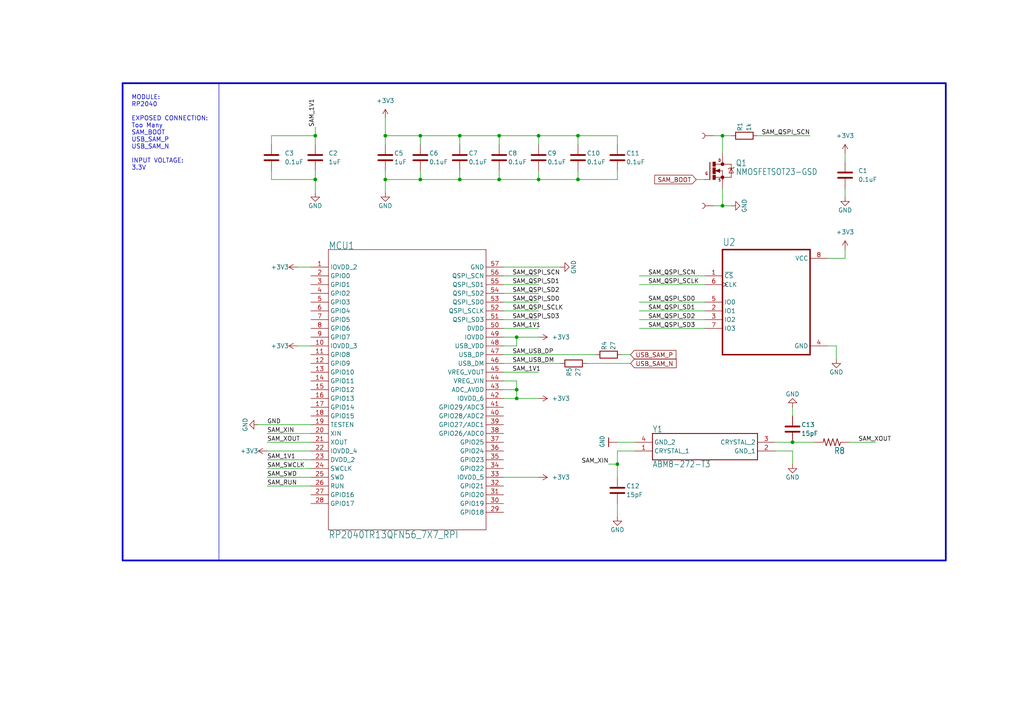
<source format=kicad_sch>
(kicad_sch (version 20230121) (generator eeschema)
  (paper "A4")
  (lib_symbols
    (symbol "AI_EINK-eagle-import:ABM8-272-T3"
      (property "Reference" "Y" (at 36.83 7.62 0))
      (symbol "ABM8-272-T3_1_0"
        (polyline (pts (xy 5.08 2.54) (xy 5.08 -5.08)) (stroke (width 0.254)))
        (polyline (pts (xy 5.08 2.54) (xy 35.56 2.54)) (stroke (width 0.254)))
        (polyline (pts (xy 35.56 -5.08) (xy 5.08 -5.08)) (stroke (width 0.254)))
        (polyline (pts (xy 35.56 -5.08) (xy 35.56 2.54)) (stroke (width 0.254)))
        (pin bidirectional line (at 0 -2.54 0) (length 5.08) (name "CRYSTAL_1") (number "1"))
        (pin bidirectional line (at 40.64 -2.54 180) (length 5.08) (name "GND_1") (number "2"))
        (pin bidirectional line (at 40.64 0 180) (length 5.08) (name "CRYSTAL_2") (number "3"))
        (pin bidirectional line (at 0 0 0) (length 5.08) (name "GND_2") (number "4"))
      )
    )
    (symbol "AI_EINK-eagle-import:GND" (power)
      (property "Value" "GND" (at -1.524 -2.54 0))
      (symbol "GND_1_0"
        (polyline (pts (xy -1.27 0) (xy 1.27 0)) (stroke (width 0.254)))
        (pin power_in line (at 0 2.54 270) (length 2.54) (name "GND") (number "1"))
      )
    )
    (symbol "AI_EINK-eagle-import:NMOSFETSOT23-GSD"
      (property "Reference" "Q" (at 6.35 1.27 0))
      (symbol "NMOSFETSOT23-GSD_1_0"
        (rectangle (start -0.254 -2.54) (end 0.508 -1.27) (fill (type outline)))
        (rectangle (start -0.254 -0.889) (end 0.508 0.889) (fill (type outline)))
        (rectangle (start -0.254 1.27) (end 0.508 2.54) (fill (type outline)))
        (polyline (pts (xy -1.1176 -2.54) (xy -2.54 -2.54)) (stroke (width 0.1524)))
        (polyline (pts (xy -1.1176 2.413) (xy -1.1176 -2.54)) (stroke (width 0.254)))
        (polyline (pts (xy 0.508 -1.905) (xy 2.54 -1.905)) (stroke (width 0.1524)))
        (polyline (pts (xy 0.508 0) (xy 1.778 -0.508)) (stroke (width 0.1524)))
        (polyline (pts (xy 0.762 0) (xy 1.651 -0.254)) (stroke (width 0.3048)))
        (polyline (pts (xy 1.651 -0.254) (xy 1.651 0)) (stroke (width 0.3048)))
        (polyline (pts (xy 1.651 0) (xy 1.397 0)) (stroke (width 0.3048)))
        (polyline (pts (xy 1.651 0) (xy 2.54 0)) (stroke (width 0.1524)))
        (polyline (pts (xy 1.651 0.254) (xy 0.762 0)) (stroke (width 0.3048)))
        (polyline (pts (xy 1.778 -0.508) (xy 1.778 0.508)) (stroke (width 0.1524)))
        (polyline (pts (xy 1.778 0.508) (xy 0.508 0)) (stroke (width 0.1524)))
        (polyline (pts (xy 2.54 -1.905) (xy 2.54 -2.54)) (stroke (width 0.1524)))
        (polyline (pts (xy 2.54 0) (xy 2.54 -1.905)) (stroke (width 0.1524)))
        (polyline (pts (xy 2.54 1.905) (xy 0.5334 1.905)) (stroke (width 0.1524)))
        (polyline (pts (xy 2.54 1.905) (xy 5.08 1.905)) (stroke (width 0.1524)))
        (polyline (pts (xy 2.54 2.54) (xy 2.54 1.905)) (stroke (width 0.1524)))
        (polyline (pts (xy 4.445 -0.635) (xy 5.715 -0.635)) (stroke (width 0.1524)))
        (polyline (pts (xy 4.445 0.762) (xy 4.191 0.508)) (stroke (width 0.1524)))
        (polyline (pts (xy 4.445 0.762) (xy 5.08 0.762)) (stroke (width 0.1524)))
        (polyline (pts (xy 5.08 -1.905) (xy 2.54 -1.905)) (stroke (width 0.1524)))
        (polyline (pts (xy 5.08 0.762) (xy 4.445 -0.635)) (stroke (width 0.1524)))
        (polyline (pts (xy 5.08 0.762) (xy 5.08 -1.905)) (stroke (width 0.1524)))
        (polyline (pts (xy 5.08 0.762) (xy 5.715 0.762)) (stroke (width 0.1524)))
        (polyline (pts (xy 5.08 1.905) (xy 5.08 0.762)) (stroke (width 0.1524)))
        (polyline (pts (xy 5.715 -0.635) (xy 5.08 0.762)) (stroke (width 0.1524)))
        (polyline (pts (xy 5.715 0.762) (xy 5.969 1.016)) (stroke (width 0.1524)))
        (circle (center 2.54 -1.905) (radius 0.127) (stroke (width 0.4064)))
        (circle (center 2.54 1.905) (radius 0.127) (stroke (width 0.4064)))
        (text "D" (at 1.27 2.54 0) (effects (font (size 0.8128 0.6908)) (justify left bottom)))
        (text "G" (at -2.54 -1.27 0) (effects (font (size 0.8128 0.6908)) (justify left bottom)))
        (text "S" (at 1.27 -3.175 0) (effects (font (size 0.8128 0.6908)) (justify left bottom)))
        (pin passive line (at -2.54 -2.54 0) (length 0) (name "G") (number "1"))
        (pin passive line (at 2.54 -5.08 90) (length 2.54) (name "S") (number "2"))
        (pin passive line (at 2.54 5.08 270) (length 2.54) (name "D") (number "3"))
      )
    )
    (symbol "AI_EINK-eagle-import:R-USCHIP-0402(1005-METRIC)"
      (property "Reference" "R" (at 0 2.7686 0))
      (symbol "R-USCHIP-0402(1005-METRIC)_1_0"
        (polyline (pts (xy -2.54 0) (xy -2.159 1.016)) (stroke (width 0.2032)))
        (polyline (pts (xy -2.159 1.016) (xy -1.524 -1.016)) (stroke (width 0.2032)))
        (polyline (pts (xy -1.524 -1.016) (xy -0.889 1.016)) (stroke (width 0.2032)))
        (polyline (pts (xy -0.889 1.016) (xy -0.254 -1.016)) (stroke (width 0.2032)))
        (polyline (pts (xy -0.254 -1.016) (xy 0.381 1.016)) (stroke (width 0.2032)))
        (polyline (pts (xy 0.381 1.016) (xy 1.016 -1.016)) (stroke (width 0.2032)))
        (polyline (pts (xy 1.016 -1.016) (xy 1.651 1.016)) (stroke (width 0.2032)))
        (polyline (pts (xy 1.651 1.016) (xy 2.286 -1.016)) (stroke (width 0.2032)))
        (polyline (pts (xy 2.286 -1.016) (xy 2.54 0)) (stroke (width 0.2032)))
        (pin passive line (at -5.08 0 0) (length 2.54) (name "1") (number "1"))
        (pin passive line (at 5.08 0 180) (length 2.54) (name "2") (number "2"))
      )
    )
    (symbol "AI_EINK-eagle-import:RP2040TR13QFN56_7X7_RPI"
      (symbol "RP2040TR13QFN56_7X7_RPI_1_0"
        (polyline (pts (xy 7.62 -76.2) (xy 53.34 -76.2)) (stroke (width 0.1524)))
        (polyline (pts (xy 7.62 5.08) (xy 7.62 -76.2)) (stroke (width 0.1524)))
        (polyline (pts (xy 53.34 -76.2) (xy 53.34 5.08)) (stroke (width 0.1524)))
        (polyline (pts (xy 53.34 5.08) (xy 7.62 5.08)) (stroke (width 0.1524)))
        (pin power_in line (at 2.54 0 0) (length 5.08) (name "IOVDD_2") (number "1"))
        (pin power_in line (at 2.54 -22.86 0) (length 5.08) (name "IOVDD_3") (number "10"))
        (pin bidirectional line (at 2.54 -25.4 0) (length 5.08) (name "GPIO8") (number "11"))
        (pin bidirectional line (at 2.54 -27.94 0) (length 5.08) (name "GPIO9") (number "12"))
        (pin bidirectional line (at 2.54 -30.48 0) (length 5.08) (name "GPIO10") (number "13"))
        (pin bidirectional line (at 2.54 -33.02 0) (length 5.08) (name "GPIO11") (number "14"))
        (pin bidirectional line (at 2.54 -35.56 0) (length 5.08) (name "GPIO12") (number "15"))
        (pin bidirectional line (at 2.54 -38.1 0) (length 5.08) (name "GPIO13") (number "16"))
        (pin bidirectional line (at 2.54 -40.64 0) (length 5.08) (name "GPIO14") (number "17"))
        (pin bidirectional line (at 2.54 -43.18 0) (length 5.08) (name "GPIO15") (number "18"))
        (pin input line (at 2.54 -45.72 0) (length 5.08) (name "TESTEN") (number "19"))
        (pin bidirectional line (at 2.54 -2.54 0) (length 5.08) (name "GPIO0") (number "2"))
        (pin passive line (at 2.54 -48.26 0) (length 5.08) (name "XIN") (number "20"))
        (pin passive line (at 2.54 -50.8 0) (length 5.08) (name "XOUT") (number "21"))
        (pin power_in line (at 2.54 -53.34 0) (length 5.08) (name "IOVDD_4") (number "22"))
        (pin power_in line (at 2.54 -55.88 0) (length 5.08) (name "DVDD_2") (number "23"))
        (pin input line (at 2.54 -58.42 0) (length 5.08) (name "SWCLK") (number "24"))
        (pin bidirectional line (at 2.54 -60.96 0) (length 5.08) (name "SWD") (number "25"))
        (pin input line (at 2.54 -63.5 0) (length 5.08) (name "RUN") (number "26"))
        (pin bidirectional line (at 2.54 -66.04 0) (length 5.08) (name "GPIO16") (number "27"))
        (pin bidirectional line (at 2.54 -68.58 0) (length 5.08) (name "GPIO17") (number "28"))
        (pin bidirectional line (at 58.42 -71.12 180) (length 5.08) (name "GPIO18") (number "29"))
        (pin bidirectional line (at 2.54 -5.08 0) (length 5.08) (name "GPIO1") (number "3"))
        (pin bidirectional line (at 58.42 -68.58 180) (length 5.08) (name "GPIO19") (number "30"))
        (pin bidirectional line (at 58.42 -66.04 180) (length 5.08) (name "GPIO20") (number "31"))
        (pin bidirectional line (at 58.42 -63.5 180) (length 5.08) (name "GPIO21") (number "32"))
        (pin power_in line (at 58.42 -60.96 180) (length 5.08) (name "IOVDD_5") (number "33"))
        (pin bidirectional line (at 58.42 -58.42 180) (length 5.08) (name "GPIO22") (number "34"))
        (pin bidirectional line (at 58.42 -55.88 180) (length 5.08) (name "GPIO23") (number "35"))
        (pin bidirectional line (at 58.42 -53.34 180) (length 5.08) (name "GPIO24") (number "36"))
        (pin bidirectional line (at 58.42 -50.8 180) (length 5.08) (name "GPIO25") (number "37"))
        (pin bidirectional line (at 58.42 -48.26 180) (length 5.08) (name "GPIO26/ADC0") (number "38"))
        (pin bidirectional line (at 58.42 -45.72 180) (length 5.08) (name "GPIO27/ADC1") (number "39"))
        (pin bidirectional line (at 2.54 -7.62 0) (length 5.08) (name "GPIO2") (number "4"))
        (pin bidirectional line (at 58.42 -43.18 180) (length 5.08) (name "GPIO28/ADC2") (number "40"))
        (pin bidirectional line (at 58.42 -40.64 180) (length 5.08) (name "GPIO29/ADC3") (number "41"))
        (pin power_in line (at 58.42 -38.1 180) (length 5.08) (name "IOVDD_6") (number "42"))
        (pin power_in line (at 58.42 -35.56 180) (length 5.08) (name "ADC_AVDD") (number "43"))
        (pin power_in line (at 58.42 -33.02 180) (length 5.08) (name "VREG_VIN") (number "44"))
        (pin output line (at 58.42 -30.48 180) (length 5.08) (name "VREG_VOUT") (number "45"))
        (pin bidirectional line (at 58.42 -27.94 180) (length 5.08) (name "USB_DM") (number "46"))
        (pin bidirectional line (at 58.42 -25.4 180) (length 5.08) (name "USB_DP") (number "47"))
        (pin power_in line (at 58.42 -22.86 180) (length 5.08) (name "USB_VDD") (number "48"))
        (pin power_in line (at 58.42 -20.32 180) (length 5.08) (name "IOVDD") (number "49"))
        (pin bidirectional line (at 2.54 -10.16 0) (length 5.08) (name "GPIO3") (number "5"))
        (pin power_in line (at 58.42 -17.78 180) (length 5.08) (name "DVDD") (number "50"))
        (pin bidirectional line (at 58.42 -15.24 180) (length 5.08) (name "QSPI_SD3") (number "51"))
        (pin bidirectional line (at 58.42 -12.7 180) (length 5.08) (name "QSPI_SCLK") (number "52"))
        (pin bidirectional line (at 58.42 -10.16 180) (length 5.08) (name "QSPI_SD0") (number "53"))
        (pin bidirectional line (at 58.42 -7.62 180) (length 5.08) (name "QSPI_SD2") (number "54"))
        (pin bidirectional line (at 58.42 -5.08 180) (length 5.08) (name "QSPI_SD1") (number "55"))
        (pin bidirectional line (at 58.42 -2.54 180) (length 5.08) (name "QSPI_SCN") (number "56"))
        (pin passive line (at 58.42 0 180) (length 5.08) (name "GND") (number "57"))
        (pin bidirectional line (at 2.54 -12.7 0) (length 5.08) (name "GPIO4") (number "6"))
        (pin bidirectional line (at 2.54 -15.24 0) (length 5.08) (name "GPIO5") (number "7"))
        (pin bidirectional line (at 2.54 -17.78 0) (length 5.08) (name "GPIO6") (number "8"))
        (pin bidirectional line (at 2.54 -20.32 0) (length 5.08) (name "GPIO7") (number "9"))
      )
    )
    (symbol "AI_EINK-eagle-import:TEST-POINT3"
      (symbol "TEST-POINT3_1_0"
        (polyline (pts (xy 2.54 0) (xy 0 0)) (stroke (width 0.1524)))
        (arc (start 3.302 0.762) (mid 2.5433 0) (end 3.302 -0.762) (stroke (width 0.1524)))
        (pin bidirectional line (at 0 0 180) (length 0) (name "1") (number "P$1"))
      )
    )
    (symbol "AI_EINK-eagle-import:W25Q16JVUXIQ_TR"
      (property "Reference" "U" (at -12.7 16.24 0))
      (symbol "W25Q16JVUXIQ_TR_1_0"
        (polyline (pts (xy -12.7 -15.24) (xy -12.7 15.24)) (stroke (width 0.41)))
        (polyline (pts (xy -12.7 15.24) (xy 12.7 15.24)) (stroke (width 0.41)))
        (polyline (pts (xy 12.7 -15.24) (xy -12.7 -15.24)) (stroke (width 0.41)))
        (polyline (pts (xy 12.7 15.24) (xy 12.7 -15.24)) (stroke (width 0.41)))
        (pin input line (at -17.78 7.62 0) (length 5.08) (name "~{CS}") (number "1"))
        (pin bidirectional line (at -17.78 -2.54 0) (length 5.08) (name "IO1") (number "2"))
        (pin bidirectional line (at -17.78 -5.08 0) (length 5.08) (name "IO2") (number "3"))
        (pin power_in line (at 17.78 -12.7 180) (length 5.08) (name "GND") (number "4"))
        (pin bidirectional line (at -17.78 0 0) (length 5.08) (name "IO0") (number "5"))
        (pin input clock (at -17.78 5.08 0) (length 5.08) (name "CLK") (number "6"))
        (pin bidirectional line (at -17.78 -7.62 0) (length 5.08) (name "IO3") (number "7"))
        (pin power_in line (at 17.78 12.7 180) (length 5.08) (name "VCC") (number "8"))
      )
    )
    (symbol "Device:C" (pin_numbers hide) (pin_names (offset 0.254))
      (property "Reference" "C" (at 0.635 2.54 0))
      (property "Value" "C" (at 0.635 -2.54 0))
      (symbol "C_0_1"
        (polyline (pts (xy -2.032 -0.762) (xy 2.032 -0.762)) (stroke (width 0.508)))
        (polyline (pts (xy -2.032 0.762) (xy 2.032 0.762)) (stroke (width 0.508)))
      )
      (symbol "C_1_1"
        (pin passive line (at 0 3.81 270) (length 2.794) (name "~") (number "1"))
        (pin passive line (at 0 -3.81 90) (length 2.794) (name "~") (number "2"))
      )
    )
    (symbol "Device:R" (pin_numbers hide) (pin_names (offset 0))
      (property "Reference" "R" (at 2.032 0 90))
      (property "Value" "R" (at 0 0 90))
      (symbol "R_0_1"
        (rectangle (start -1.016 -2.54) (end 1.016 2.54) (stroke (width 0.254)))
      )
      (symbol "R_1_1"
        (pin passive line (at 0 3.81 270) (length 1.27) (name "~") (number "1"))
        (pin passive line (at 0 -3.81 90) (length 1.27) (name "~") (number "2"))
      )
    )
    (symbol "power:+3V3" (power) (pin_names (offset 0))
      (property "Value" "+3V3" (at 0 3.556 0))
      (symbol "+3V3_0_1"
        (polyline (pts (xy -0.762 1.27) (xy 0 2.54)))
        (polyline (pts (xy 0 0) (xy 0 2.54)))
        (polyline (pts (xy 0 2.54) (xy 0.762 1.27)))
      )
      (symbol "+3V3_1_1"
        (pin power_in line (at 0 0 90) (length 0) hide (name "+3V3") (number "1"))
      )
    )
    (symbol "power:GND" (power) (pin_names (offset 0))
      (property "Value" "GND" (at 0 -3.81 0))
      (symbol "GND_0_1"
        (polyline (pts (xy 0 0) (xy 0 -1.27) (xy 1.27 -1.27) (xy 0 -2.54) (xy -1.27 -1.27) (xy 0 -1.27)))
      )
      (symbol "GND_1_1"
        (pin power_in line (at 0 0 270) (length 0) hide (name "GND") (number "1"))
      )
    )
  )
  (junction (at 149.86 113.03))
  (junction (at 111.76 52.07))
  (junction (at 209.55 39.37))
  (junction (at 167.64 52.07))
  (junction (at 133.35 52.07))
  (junction (at 144.78 39.37))
  (junction (at 121.92 52.07))
  (junction (at 91.44 52.07))
  (junction (at 167.64 39.37))
  (junction (at 91.44 39.37))
  (junction (at 229.87 128.27))
  (junction (at 179.07 134.62))
  (junction (at 149.86 97.79))
  (junction (at 111.76 39.37))
  (junction (at 156.21 39.37))
  (junction (at 144.78 52.07))
  (junction (at 133.35 39.37))
  (junction (at 209.55 59.69))
  (junction (at 149.86 115.57))
  (junction (at 121.92 39.37))
  (junction (at 156.21 52.07))
  (wire (pts (xy 121.92 39.37) (xy 133.35 39.37)) (stroke (width 0.1524)))
  (wire (pts (xy 146.05 80.01) (xy 156.21 80.01)) (stroke (width 0.1524)))
  (wire (pts (xy 224.79 128.27) (xy 229.87 128.27)) (stroke (width 0.1524)))
  (wire (pts (xy 86.36 100.33) (xy 90.17 100.33)) (stroke (width 0.1524)))
  (wire (pts (xy 209.55 54.61) (xy 209.55 59.69)) (stroke (width 0.1524)))
  (wire (pts (xy 156.21 52.07) (xy 167.64 52.07)) (stroke (width 0.1524)))
  (wire (pts (xy 204.47 52.07) (xy 201.93 52.07)) (stroke (width 0.1524)))
  (wire (pts (xy 179.07 134.62) (xy 179.07 138.43)) (stroke (width 0.1524)))
  (wire (pts (xy 133.35 49.53) (xy 133.35 52.07)))
  (wire (pts (xy 146.05 115.57) (xy 149.86 115.57)))
  (wire (pts (xy 90.17 125.73) (xy 77.47 125.73)) (stroke (width 0.1524)))
  (wire (pts (xy 121.92 52.07) (xy 133.35 52.07)) (stroke (width 0.1524)))
  (wire (pts (xy 90.17 135.89) (xy 77.47 135.89)) (stroke (width 0.1524)))
  (wire (pts (xy 146.05 102.87) (xy 172.72 102.87)) (stroke (width 0.1524)))
  (wire (pts (xy 78.74 52.07) (xy 91.44 52.07)) (stroke (width 0.1524)))
  (wire (pts (xy 156.21 49.53) (xy 156.21 52.07)) (stroke (width 0.1524)))
  (wire (pts (xy 156.21 39.37) (xy 156.21 41.91)) (stroke (width 0.1524)))
  (wire (pts (xy 229.87 120.65) (xy 229.87 118.11)) (stroke (width 0.1524)))
  (wire (pts (xy 90.17 123.19) (xy 74.93 123.19)) (stroke (width 0.1524)))
  (wire (pts (xy 204.47 80.01) (xy 185.42 80.01)) (stroke (width 0.1524)))
  (wire (pts (xy 146.05 87.63) (xy 156.21 87.63)) (stroke (width 0.1524)))
  (wire (pts (xy 179.07 49.53) (xy 179.07 52.07)) (stroke (width 0.1524)))
  (wire (pts (xy 90.17 140.97) (xy 77.47 140.97)) (stroke (width 0.1524)))
  (wire (pts (xy 146.05 97.79) (xy 149.86 97.79)))
  (wire (pts (xy 78.74 39.37) (xy 91.44 39.37)) (stroke (width 0.1524)))
  (wire (pts (xy 149.86 113.03) (xy 149.86 115.57)))
  (wire (pts (xy 90.17 130.81) (xy 77.47 130.81)) (stroke (width 0.1524)))
  (wire (pts (xy 179.07 130.81) (xy 179.07 134.62)) (stroke (width 0.1524)))
  (wire (pts (xy 146.05 77.47) (xy 162.56 77.47)) (stroke (width 0.1524)))
  (wire (pts (xy 146.05 92.71) (xy 156.21 92.71)) (stroke (width 0.1524)))
  (wire (pts (xy 146.05 113.03) (xy 149.86 113.03)))
  (wire (pts (xy 204.47 92.71) (xy 185.42 92.71)) (stroke (width 0.1524)))
  (wire (pts (xy 78.74 41.91) (xy 78.74 39.37)) (stroke (width 0.1524)))
  (wire (pts (xy 144.78 52.07) (xy 156.21 52.07)) (stroke (width 0.1524)))
  (wire (pts (xy 179.07 146.05) (xy 179.07 149.86)))
  (wire (pts (xy 111.76 39.37) (xy 111.76 41.91)) (stroke (width 0.1524)))
  (wire (pts (xy 90.17 133.35) (xy 77.47 133.35)) (stroke (width 0.1524)))
  (wire (pts (xy 149.86 115.57) (xy 156.21 115.57)))
  (wire (pts (xy 156.21 39.37) (xy 167.64 39.37)) (stroke (width 0.1524)))
  (wire (pts (xy 146.05 85.09) (xy 156.21 85.09)) (stroke (width 0.1524)))
  (wire (pts (xy 144.78 49.53) (xy 144.78 52.07)) (stroke (width 0.1524)))
  (wire (pts (xy 91.44 39.37) (xy 91.44 36.83)) (stroke (width 0.1524)))
  (wire (pts (xy 176.53 134.62) (xy 179.07 134.62)) (stroke (width 0.1524)))
  (wire (pts (xy 149.86 97.79) (xy 156.21 97.79)))
  (wire (pts (xy 240.03 100.33) (xy 242.57 100.33)))
  (wire (pts (xy 167.64 39.37) (xy 167.64 41.91)) (stroke (width 0.1524)))
  (wire (pts (xy 111.76 34.29) (xy 111.76 39.37)) (stroke (width 0.1524)))
  (wire (pts (xy 240.03 74.93) (xy 245.11 74.93)))
  (wire (pts (xy 167.64 39.37) (xy 179.07 39.37)))
  (wire (pts (xy 149.86 110.49) (xy 149.86 113.03)))
  (wire (pts (xy 170.18 105.41) (xy 182.88 105.41)) (stroke (width 0.1524)))
  (wire (pts (xy 209.55 59.69) (xy 212.09 59.69)) (stroke (width 0.1524)))
  (wire (pts (xy 146.05 110.49) (xy 149.86 110.49)))
  (wire (pts (xy 144.78 39.37) (xy 156.21 39.37)) (stroke (width 0.1524)))
  (wire (pts (xy 204.47 95.25) (xy 185.42 95.25)) (stroke (width 0.1524)))
  (wire (pts (xy 90.17 138.43) (xy 77.47 138.43)) (stroke (width 0.1524)))
  (wire (pts (xy 90.17 128.27) (xy 77.47 128.27)) (stroke (width 0.1524)))
  (wire (pts (xy 133.35 39.37) (xy 144.78 39.37)) (stroke (width 0.1524)))
  (wire (pts (xy 146.05 95.25) (xy 156.21 95.25)) (stroke (width 0.1524)))
  (wire (pts (xy 149.86 97.79) (xy 149.86 100.33)))
  (wire (pts (xy 146.05 105.41) (xy 162.56 105.41)) (stroke (width 0.1524)))
  (wire (pts (xy 78.74 49.53) (xy 78.74 52.07)) (stroke (width 0.1524)))
  (wire (pts (xy 209.55 39.37) (xy 212.09 39.37)) (stroke (width 0.1524)))
  (wire (pts (xy 146.05 82.55) (xy 156.21 82.55)) (stroke (width 0.1524)))
  (wire (pts (xy 146.05 90.17) (xy 156.21 90.17)) (stroke (width 0.1524)))
  (wire (pts (xy 146.05 107.95) (xy 156.21 107.95)) (stroke (width 0.1524)))
  (wire (pts (xy 179.07 39.37) (xy 179.07 41.91)))
  (wire (pts (xy 91.44 52.07) (xy 91.44 55.88)) (stroke (width 0.1524)))
  (wire (pts (xy 207.01 39.37) (xy 209.55 39.37)) (stroke (width 0.1524)))
  (wire (pts (xy 111.76 39.37) (xy 121.92 39.37)) (stroke (width 0.1524)))
  (wire (pts (xy 219.71 39.37) (xy 234.95 39.37)) (stroke (width 0.1524)))
  (wire (pts (xy 133.35 39.37) (xy 133.35 41.91)) (stroke (width 0.1524)))
  (wire (pts (xy 121.92 39.37) (xy 121.92 41.91)) (stroke (width 0.1524)))
  (wire (pts (xy 111.76 52.07) (xy 111.76 55.88)) (stroke (width 0.1524)))
  (wire (pts (xy 133.35 52.07) (xy 144.78 52.07)) (stroke (width 0.1524)))
  (wire (pts (xy 91.44 49.53) (xy 91.44 52.07)))
  (wire (pts (xy 246.38 128.27) (xy 254 128.27)) (stroke (width 0.1524)))
  (wire (pts (xy 144.78 39.37) (xy 144.78 41.91)) (stroke (width 0.1524)))
  (wire (pts (xy 204.47 87.63) (xy 185.42 87.63)) (stroke (width 0.1524)))
  (wire (pts (xy 167.64 52.07) (xy 179.07 52.07)) (stroke (width 0.1524)))
  (wire (pts (xy 111.76 52.07) (xy 121.92 52.07)) (stroke (width 0.1524)))
  (wire (pts (xy 242.57 100.33) (xy 242.57 104.14)))
  (wire (pts (xy 167.64 49.53) (xy 167.64 52.07)) (stroke (width 0.1524)))
  (wire (pts (xy 121.92 49.53) (xy 121.92 52.07)))
  (wire (pts (xy 245.11 72.39) (xy 245.11 74.93)))
  (wire (pts (xy 111.76 49.53) (xy 111.76 52.07)))
  (wire (pts (xy 207.01 59.69) (xy 209.55 59.69)) (stroke (width 0.1524)))
  (wire (pts (xy 204.47 82.55) (xy 185.42 82.55)) (stroke (width 0.1524)))
  (wire (pts (xy 146.05 138.43) (xy 156.21 138.43)) (stroke (width 0.1524)))
  (wire (pts (xy 224.79 130.81) (xy 229.87 130.81)) (stroke (width 0.1524)))
  (wire (pts (xy 229.87 128.27) (xy 236.22 128.27)) (stroke (width 0.1524)))
  (wire (pts (xy 91.44 41.91) (xy 91.44 39.37)) (stroke (width 0.1524)))
  (wire (pts (xy 146.05 100.33) (xy 149.86 100.33)))
  (wire (pts (xy 245.11 46.99) (xy 245.11 44.45)) (stroke (width 0.1524)))
  (wire (pts (xy 229.87 130.81) (xy 229.87 134.62)) (stroke (width 0.1524)))
  (wire (pts (xy 180.34 102.87) (xy 182.88 102.87)) (stroke (width 0.1524)))
  (wire (pts (xy 184.15 128.27) (xy 179.07 128.27)) (stroke (width 0.1524)))
  (wire (pts (xy 184.15 130.81) (xy 179.07 130.81)) (stroke (width 0.1524)))
  (wire (pts (xy 204.47 90.17) (xy 185.42 90.17)) (stroke (width 0.1524)))
  (wire (pts (xy 86.36 77.47) (xy 90.17 77.47)) (stroke (width 0.1524)))
  (wire (pts (xy 245.11 57.15) (xy 245.11 54.61)) (stroke (width 0.1524)))
  (wire (pts (xy 209.55 44.45) (xy 209.55 39.37)) (stroke (width 0.1524)))
  (rectangle (start 35.56 24.13) (end 63.5 162.56))
  (rectangle (start 35.56 24.13) (end 274.32 162.56) (stroke (width 0.5)))
  (text "MODULE:\nRP2040\n\nEXPOSED CONNECTION: \nToo Many\nSAM_BOOT\nUSB_SAM_P\nUSB_SAM_N\n\nINPUT VOLTAGE:\n3.3V" (at 38.1 49.53 0) (effects (font (size 1.27 1.27)) (justify left bottom)))
  (label "SAM_XOUT" (at 248.92 128.27 0) (effects (font (size 1.2446 1.2446))))
  (label "SAM_1V1" (at 148.59 107.95 0) (effects (font (size 1.2446 1.2446))))
  (label "SAM_1V1" (at 148.59 95.25 0) (effects (font (size 1.2446 1.2446))))
  (label "SAM_QSPI_SCLK" (at 187.96 82.55 0) (effects (font (size 1.2446 1.2446))))
  (label "SAM_USB_DM" (at 148.59 105.41 0) (effects (font (size 1.2446 1.2446))))
  (label "SAM_XOUT" (at 77.47 128.27 0) (effects (font (size 1.2446 1.2446))))
  (label "SAM_QSPI_SCLK" (at 148.59 90.17 0) (effects (font (size 1.2446 1.2446))))
  (label "SAM_SWD" (at 77.47 138.43 0) (effects (font (size 1.2446 1.2446))))
  (label "SAM_1V1" (at 77.47 133.35 0) (effects (font (size 1.2446 1.2446))))
  (label "SAM_RUN" (at 77.47 140.97 0) (effects (font (size 1.2446 1.2446))))
  (label "SAM_QSPI_SD0" (at 187.96 87.63 0) (effects (font (size 1.2446 1.2446))))
  (label "SAM_USB_DP" (at 148.59 102.87 0) (effects (font (size 1.2446 1.2446))))
  (label "SAM_SWCLK" (at 77.47 135.89 0) (effects (font (size 1.2446 1.2446))))
  (label "SAM_XIN" (at 77.47 125.73 0) (effects (font (size 1.2446 1.2446))))
  (label "SAM_XIN" (at 176.53 134.62 180) (effects (font (size 1.2446 1.2446))))
  (label "SAM_QSPI_SD3" (at 187.96 95.25 0) (effects (font (size 1.2446 1.2446))))
  (label "SAM_QSPI_SD2" (at 187.96 92.71 0) (effects (font (size 1.2446 1.2446))))
  (label "SAM_QSPI_SD1" (at 148.59 82.55 0) (effects (font (size 1.2446 1.2446))))
  (label "SAM_1V1" (at 91.44 36.83 90) (effects (font (size 1.2446 1.2446))))
  (label "SAM_QSPI_SD3" (at 148.59 92.71 0) (effects (font (size 1.2446 1.2446))))
  (label "SAM_QSPI_SD2" (at 148.59 85.09 0) (effects (font (size 1.2446 1.2446))))
  (label "SAM_QSPI_SD0" (at 148.59 87.63 0) (effects (font (size 1.2446 1.2446))))
  (label "SAM_QSPI_SCN" (at 234.95 39.37 180))
  (label "SAM_QSPI_SCN" (at 187.96 80.01 0) (effects (font (size 1.2446 1.2446))))
  (label "GND" (at 77.47 123.19 0) (effects (font (size 1.2446 1.2446))))
  (label "SAM_QSPI_SCN" (at 148.59 80.01 0) (effects (font (size 1.2446 1.2446))))
  (label "SAM_QSPI_SD1" (at 187.96 90.17 0) (effects (font (size 1.2446 1.2446))))
  (global_label "USB_SAM_N" (shape input) (at 182.88 105.41 0) (property "Intersheetrefs" "${INTERSHEET_REFS}" (effects hide)))
  (global_label "SAM_BOOT" (shape input) (at 201.93 52.07 180) (property "Intersheetrefs" "${INTERSHEET_REFS}" (effects hide)))
  (global_label "USB_SAM_P" (shape input) (at 182.88 102.87 0) (property "Intersheetrefs" "${INTERSHEET_REFS}" (effects hide)))
  (symbol (lib_id "power:GND") (at 91.44 55.88 0) (unit 1)
    (property "Reference" "#PWR02" (effects hide))
    (property "Value" "GND" (at 91.44 59.69 0))
  )
  (symbol (lib_id "Device:C") (at 167.64 45.72 0) (unit 1)
    (property "Reference" "C10" (at 170.18 44.45 0) (effects (justify left)))
    (property "Value" "0.1uF" (at 170.18 46.99 0) (effects (justify left)))
    (property "Footprint" "Capacitor_SMD:C_0402_1005Metric" (effects hide))
  )
  (symbol (lib_id "power:+3V3") (at 86.36 77.47 90) (unit 1)
    (property "Reference" "#PWR011" (effects hide))
    (property "Value" "+3V3" (at 83.82 77.47 90) (effects (justify left)))
  )
  (symbol (lib_id "power:+3V3") (at 111.76 34.29 0) (unit 1)
    (property "Reference" "#PWR012" (effects hide))
    (property "Value" "+3V3" (at 111.76 29.21 0))
  )
  (symbol (lib_id "power:+3V3") (at 156.21 97.79 270) (unit 1)
    (property "Reference" "#PWR017" (effects hide))
    (property "Value" "+3V3" (at 160.02 97.79 90) (effects (justify left)))
  )
  (symbol (lib_id "power:GND") (at 162.56 77.47 90) (unit 1)
    (property "Reference" "#PWR010" (effects hide))
    (property "Value" "GND" (at 166.37 77.47 0))
  )
  (symbol (lib_id "AI_EINK-eagle-import:RP2040TR13QFN56_7X7_RPI") (at 87.63 77.47 0) (unit 1)
    (property "Reference" "MCU1" (at 95.25 72.39 0) (effects (font (size 2.083 1.7705)) (justify left bottom)))
    (property "Value" "RP2040TR13QFN56_7X7_RPI" (at 95.25 156.21 0) (effects (font (size 2.083 1.7705)) (justify left bottom)))
    (property "Footprint" "AI_EINK:QFN56_7X7_RPI" (effects hide))
  )
  (symbol (lib_id "AI_EINK-eagle-import:W25Q16JVUXIQ_TR") (at 222.25 87.63 0) (unit 1)
    (property "Reference" "U2" (at 209.55 71.39 0) (effects (font (size 2.0828 1.7703)) (justify left bottom)))
    (property "Value" "W25Q16JVUXIQ_TR" (effects hide))
    (property "Footprint" "AI_EINK:PSON50P300X200X60-9N" (effects hide))
  )
  (symbol (lib_id "Device:C") (at 133.35 45.72 0) (unit 1)
    (property "Reference" "C7" (at 135.89 44.45 0) (effects (justify left)))
    (property "Value" "0.1uF" (at 135.89 46.99 0) (effects (justify left)))
    (property "Footprint" "Capacitor_SMD:C_0402_1005Metric" (effects hide))
  )
  (symbol (lib_id "power:GND") (at 229.87 118.11 180) (unit 1)
    (property "Reference" "#PWR06" (effects hide))
    (property "Value" "GND" (at 229.87 114.3 0))
  )
  (symbol (lib_id "power:GND") (at 245.11 57.15 0) (unit 1)
    (property "Reference" "#PWR07" (effects hide))
    (property "Value" "GND" (at 245.11 60.96 0))
  )
  (symbol (lib_id "power:GND") (at 179.07 149.86 0) (unit 1)
    (property "Reference" "#PWR04" (effects hide))
    (property "Value" "GND" (at 179.07 153.67 0))
  )
  (symbol (lib_id "power:+3V3") (at 86.36 100.33 90) (unit 1)
    (property "Reference" "#PWR013" (effects hide))
    (property "Value" "+3V3" (at 83.82 100.33 90) (effects (justify left)))
  )
  (symbol (lib_id "Device:R") (at 166.37 105.41 90) (unit 1)
    (property "Reference" "R5" (at 165.1 109.22 0) (effects (justify left)))
    (property "Value" "27" (at 167.64 109.22 0) (effects (justify left)))
    (property "Footprint" "Resistor_SMD:R_01005_0402Metric" (effects hide))
  )
  (symbol (lib_id "power:GND") (at 212.09 59.69 90) (unit 1)
    (property "Reference" "#PWR08" (effects hide))
    (property "Value" "GND" (at 215.9 59.69 0))
  )
  (symbol (lib_id "power:+3V3") (at 245.11 72.39 0) (unit 1)
    (property "Reference" "#PWR019" (effects hide))
    (property "Value" "+3V3" (at 245.11 67.31 0))
  )
  (symbol (lib_id "power:+3V3") (at 156.21 115.57 270) (unit 1)
    (property "Reference" "#PWR016" (effects hide))
    (property "Value" "+3V3" (at 160.02 115.57 90) (effects (justify left)))
  )
  (symbol (lib_id "Device:R") (at 215.9 39.37 90) (unit 1)
    (property "Reference" "R1" (at 214.63 38.1 0) (effects (justify left)))
    (property "Value" "1k" (at 217.17 38.1 0) (effects (justify left)))
    (property "Footprint" "Resistor_SMD:R_01005_0402Metric" (effects hide))
  )
  (symbol (lib_id "AI_EINK-eagle-import:NMOSFETSOT23-GSD") (at 207.01 49.53 0) (unit 1)
    (property "Reference" "Q1" (at 213.36 48.26 0) (effects (font (size 1.778 1.5113)) (justify left bottom)))
    (property "Value" "NMOSFETSOT23-GSD" (at 213.36 50.8 0) (effects (font (size 1.778 1.5113)) (justify left bottom)))
    (property "Footprint" "AI_EINK:SOT23" (effects hide))
  )
  (symbol (lib_id "power:+3V3") (at 245.11 44.45 0) (unit 1)
    (property "Reference" "#PWR018" (effects hide))
    (property "Value" "+3V3" (at 245.11 39.37 0))
  )
  (symbol (lib_id "Device:R") (at 176.53 102.87 90) (unit 1)
    (property "Reference" "R4" (at 175.26 101.6 0) (effects (justify left)))
    (property "Value" "27" (at 177.8 101.6 0) (effects (justify left)))
    (property "Footprint" "Resistor_SMD:R_01005_0402Metric" (effects hide))
  )
  (symbol (lib_id "AI_EINK-eagle-import:R-USCHIP-0402(1005-METRIC)") (at 241.3 128.27 180) (unit 1)
    (property "Reference" "R8" (at 245.11 129.7686 0) (effects (font (size 1.778 1.5113)) (justify left bottom)))
    (property "Value" "1k" (effects hide))
    (property "Footprint" "AI_EINK:RESC1005X40" (effects hide))
  )
  (symbol (lib_id "power:GND") (at 229.87 134.62 0) (unit 1)
    (property "Reference" "#PWR05" (effects hide))
    (property "Value" "GND" (at 229.87 138.43 0))
  )
  (symbol (lib_id "Device:C") (at 91.44 45.72 0) (unit 1)
    (property "Reference" "C2" (at 95.25 44.45 0) (effects (justify left)))
    (property "Value" "1uF" (at 95.25 46.99 0) (effects (justify left)))
    (property "Footprint" "Capacitor_SMD:C_0402_1005Metric" (effects hide))
  )
  (symbol (lib_id "AI_EINK-eagle-import:ABM8-272-T3") (at 184.15 128.27 0) (unit 1)
    (property "Reference" "Y1" (at 189.23 124.46 0) (effects (font (size 1.778 1.5113)) (justify left)))
    (property "Value" "ABM8-272-T3" (at 189.23 134.62 0) (effects (font (size 1.778 1.5113)) (justify left)))
    (property "Footprint" "AI_EINK:ABM8272T3" (effects hide))
  )
  (symbol (lib_id "AI_EINK-eagle-import:TEST-POINT3") (at 207.01 59.69 180) (unit 1)
    (property "Reference" "GND1" (effects hide))
    (property "Value" "TEST-POINT3" (effects hide))
    (property "Footprint" "AI_EINK:PAD.03X.03" (effects hide))
  )
  (symbol (lib_id "Device:C") (at 78.74 45.72 0) (unit 1)
    (property "Reference" "C3" (at 82.55 44.45 0) (effects (justify left)))
    (property "Value" "0.1uF" (at 82.55 46.99 0) (effects (justify left)))
    (property "Footprint" "Capacitor_SMD:C_0402_1005Metric" (effects hide))
  )
  (symbol (lib_id "AI_EINK-eagle-import:TEST-POINT3") (at 207.01 39.37 180) (unit 1)
    (property "Reference" "USB_BOOT_N1" (effects hide))
    (property "Value" "TEST-POINT3" (effects hide))
    (property "Footprint" "AI_EINK:PAD.03X.03" (effects hide))
  )
  (symbol (lib_id "Device:C") (at 179.07 142.24 0) (unit 1)
    (property "Reference" "C12" (at 181.61 140.97 0) (effects (justify left)))
    (property "Value" "15pF" (at 181.61 143.51 0) (effects (justify left)))
    (property "Footprint" "Capacitor_SMD:C_0402_1005Metric" (effects hide))
  )
  (symbol (lib_id "power:GND") (at 74.93 123.19 270) (unit 1)
    (property "Reference" "#PWR09" (effects hide))
    (property "Value" "GND" (at 71.12 123.19 0))
  )
  (symbol (lib_id "Device:C") (at 179.07 45.72 0) (unit 1)
    (property "Reference" "C11" (at 181.61 44.45 0) (effects (justify left)))
    (property "Value" "0.1uF" (at 181.61 46.99 0) (effects (justify left)))
    (property "Footprint" "Capacitor_SMD:C_0402_1005Metric" (effects hide))
  )
  (symbol (lib_id "power:GND") (at 111.76 55.88 0) (unit 1)
    (property "Reference" "#PWR01" (effects hide))
    (property "Value" "GND" (at 111.76 59.69 0))
  )
  (symbol (lib_id "AI_EINK-eagle-import:GND") (at 176.53 128.27 270) (mirror x) (unit 1)
    (property "Reference" "#U$010" (effects hide))
    (property "Value" "GND" (at 173.99 129.794 0) (effects (font (size 1.27 1.0795)) (justify left bottom)))
  )
  (symbol (lib_id "Device:C") (at 245.11 50.8 0) (unit 1)
    (property "Reference" "C1" (at 248.92 49.53 0) (effects (justify left)))
    (property "Value" "0.1uF" (at 248.92 52.07 0) (effects (justify left)))
    (property "Footprint" "Capacitor_SMD:C_0402_1005Metric" (effects hide))
  )
  (symbol (lib_id "Device:C") (at 156.21 45.72 0) (unit 1)
    (property "Reference" "C9" (at 158.75 44.45 0) (effects (justify left)))
    (property "Value" "0.1uF" (at 158.75 46.99 0) (effects (justify left)))
    (property "Footprint" "Capacitor_SMD:C_0402_1005Metric" (effects hide))
  )
  (symbol (lib_id "Device:C") (at 121.92 45.72 0) (unit 1)
    (property "Reference" "C6" (at 124.46 44.45 0) (effects (justify left)))
    (property "Value" "0.1uF" (at 124.46 46.99 0) (effects (justify left)))
    (property "Footprint" "Capacitor_SMD:C_0402_1005Metric" (effects hide))
  )
  (symbol (lib_id "power:+3V3") (at 156.21 138.43 270) (unit 1)
    (property "Reference" "#PWR015" (effects hide))
    (property "Value" "+3V3" (at 160.02 138.43 90) (effects (justify left)))
  )
  (symbol (lib_id "Device:C") (at 111.76 45.72 0) (unit 1)
    (property "Reference" "C5" (at 114.3 44.45 0) (effects (justify left)))
    (property "Value" "1uF" (at 114.3 46.99 0) (effects (justify left)))
    (property "Footprint" "Capacitor_SMD:C_0402_1005Metric" (effects hide))
  )
  (symbol (lib_id "power:+3V3") (at 77.47 130.81 90) (unit 1)
    (property "Reference" "#PWR014" (effects hide))
    (property "Value" "+3V3" (at 74.93 130.81 90) (effects (justify left)))
  )
  (symbol (lib_id "Device:C") (at 144.78 45.72 0) (unit 1)
    (property "Reference" "C8" (at 147.32 44.45 0) (effects (justify left)))
    (property "Value" "0.1uF" (at 147.32 46.99 0) (effects (justify left)))
    (property "Footprint" "Capacitor_SMD:C_0402_1005Metric" (effects hide))
  )
  (symbol (lib_id "Device:C") (at 229.87 124.46 0) (unit 1)
    (property "Reference" "C13" (at 232.41 123.19 0) (effects (justify left)))
    (property "Value" "15pF" (at 232.41 125.73 0) (effects (justify left)))
    (property "Footprint" "Capacitor_SMD:C_0402_1005Metric" (effects hide))
  )
  (symbol (lib_id "power:GND") (at 242.57 104.14 0) (unit 1)
    (property "Reference" "#PWR03" (effects hide))
    (property "Value" "GND" (at 242.57 107.95 0))
  )
)
</source>
